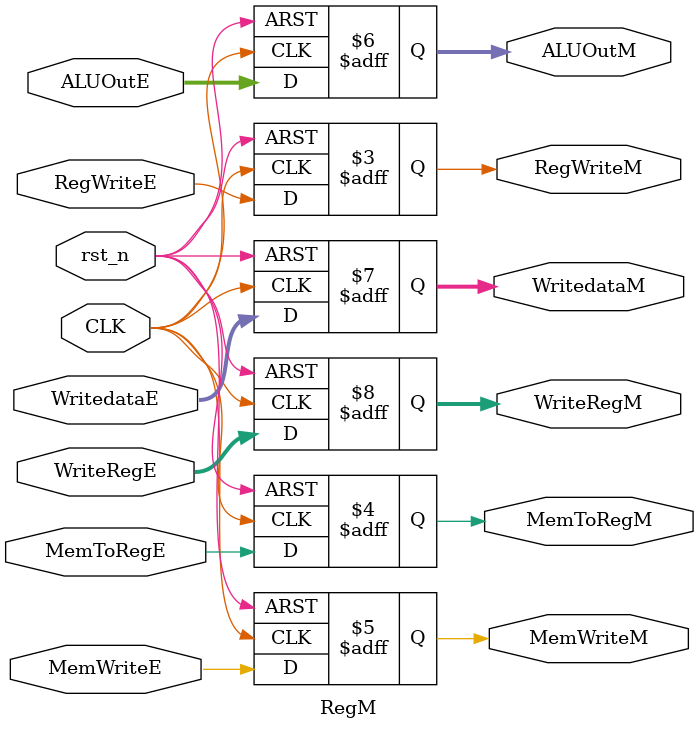
<source format=v>
module RegM (
input                   rst_n,
input                   RegWriteE,
input                   MemToRegE,
input                   MemWriteE,
input                   CLK,
input         [31:0]    ALUOutE,
input         [31:0]    WritedataE,
input         [4:0]     WriteRegE,
output reg              RegWriteM,
output reg              MemToRegM,
output reg              MemWriteM,
output reg    [31:0]    ALUOutM,
output reg    [31:0]    WritedataM,
output reg    [4:0]     WriteRegM
);

always@(posedge CLK or negedge rst_n)
begin
    if (~rst_n)
    begin
    RegWriteM  <= 1'b0;
    MemToRegM  <= 1'b0;
    MemWriteM  <= 1'b0;
    ALUOutM    <= 32'b0;
    WritedataM <= 32'b0;
    WriteRegM  <= 5'b0;  
    end
    else
    begin
    RegWriteM  <= RegWriteE;
    MemToRegM  <= MemToRegE;
    MemWriteM  <= MemWriteE;
    ALUOutM    <= ALUOutE;
    WritedataM <= WritedataE;
    WriteRegM  <= WriteRegE;
    end
end

endmodule

</source>
